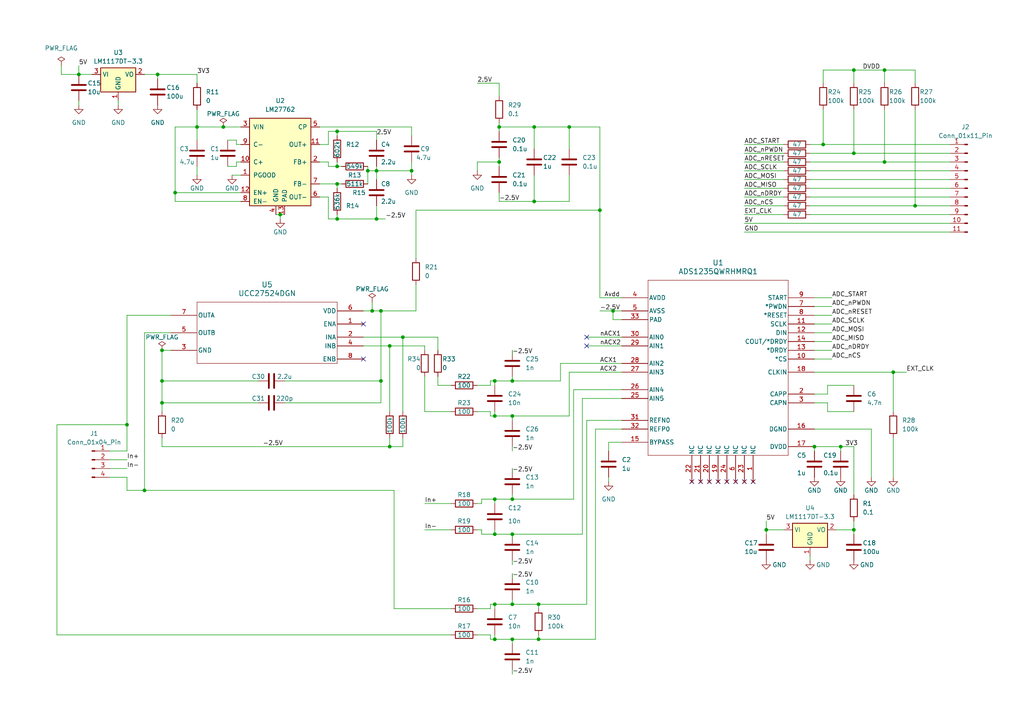
<source format=kicad_sch>
(kicad_sch (version 20230121) (generator eeschema)
  (paper "A4")
  (title_block (title "Analog conditioning and filtering measurements"))
  (lib_symbols
    (symbol "ADS1235_Q1:ADS1235QWRHMRQ1" (pin_names (offset 0.254))
      (property "Reference" "U1" (at 27.94 10.16 0))
      (property "Value" "ADS1235QWRHMRQ1" (at 27.94 7.62 0))
      (symbol "ADS1235QWRHMRQ1_0_1"
        (polyline (pts (xy 7.62 -45.72) (xy 48.26 -45.72)) (stroke (width 0.127)))
        (polyline (pts (xy 7.62 5.08) (xy 7.62 -45.72)) (stroke (width 0.127)))
        (polyline (pts (xy 48.26 -45.72) (xy 48.26 5.08)) (stroke (width 0.127)))
        (polyline (pts (xy 48.26 5.08) (xy 7.62 5.08)) (stroke (width 0.127)))
        (pin unspecified line (at 0 -41.91 0) (length 7.62) (name "BYPASS") (number "15"))
        (pin input line (at 55.88 -21.59 180) (length 7.62) (name "CLKIN") (number "18"))
      )
      (symbol "ADS1235QWRHMRQ1_1_1"
        (pin no_connect line (at 38.1 -53.34 90) (length 7.62) (name "NC") (number "1"))
        (pin input line (at 55.88 -17.78 180) (length 7.62) (name "*CS") (number "10"))
        (pin input line (at 55.88 -7.62 180) (length 7.62) (name "SCLK") (number "11"))
        (pin input line (at 55.88 -10.16 180) (length 7.62) (name "DIN") (number "12"))
        (pin output line (at 55.88 -15.24 180) (length 7.62) (name "*DRDY") (number "13"))
        (pin output line (at 55.88 -12.7 180) (length 7.62) (name "COUT/*DRDY") (number "14"))
        (pin power_in line (at 55.88 -38.1 180) (length 7.62) (name "DGND") (number "16"))
        (pin power_in line (at 55.88 -43.18 180) (length 7.62) (name "DVDD") (number "17"))
        (pin no_connect line (at 27.94 -53.34 90) (length 7.62) (name "NC") (number "19"))
        (pin unspecified line (at 55.88 -27.94 180) (length 7.62) (name "CAPP") (number "2"))
        (pin no_connect line (at 25.4 -53.34 90) (length 7.62) (name "NC") (number "20"))
        (pin no_connect line (at 22.86 -53.34 90) (length 7.62) (name "NC") (number "21"))
        (pin no_connect line (at 20.32 -53.34 90) (length 7.62) (name "NC") (number "22"))
        (pin no_connect line (at 35.56 -53.34 90) (length 7.62) (name "NC") (number "23"))
        (pin no_connect line (at 30.48 -53.34 90) (length 7.62) (name "NC") (number "24"))
        (pin unspecified line (at 0 -29.21 0) (length 7.62) (name "AIN5") (number "25"))
        (pin unspecified line (at 0 -26.67 0) (length 7.62) (name "AIN4") (number "26"))
        (pin unspecified line (at 0 -21.59 0) (length 7.62) (name "AIN3") (number "27"))
        (pin unspecified line (at 0 -19.05 0) (length 7.62) (name "AIN2") (number "28"))
        (pin unspecified line (at 0 -13.97 0) (length 7.62) (name "AIN1") (number "29"))
        (pin unspecified line (at 55.88 -30.48 180) (length 7.62) (name "CAPN") (number "3"))
        (pin unspecified line (at 0 -11.43 0) (length 7.62) (name "AIN0") (number "30"))
        (pin unspecified line (at 0 -35.56 0) (length 7.62) (name "REFN0") (number "31"))
        (pin unspecified line (at 0 -38.1 0) (length 7.62) (name "REFP0") (number "32"))
        (pin unspecified line (at 0 -6.35 0) (length 7.62) (name "PAD") (number "33"))
        (pin unspecified line (at 0 0 0) (length 7.62) (name "AVDD") (number "4"))
        (pin unspecified line (at 0 -3.81 0) (length 7.62) (name "AVSS") (number "5"))
        (pin no_connect line (at 33.02 -53.34 90) (length 7.62) (name "NC") (number "6"))
        (pin input line (at 55.88 -2.54 180) (length 7.62) (name "*PWDN") (number "7"))
        (pin input line (at 55.88 -5.08 180) (length 7.62) (name "*RESET") (number "8"))
        (pin input line (at 55.88 0 180) (length 7.62) (name "START") (number "9"))
      )
    )
    (symbol "Connector:Conn_01x04_Pin" (pin_names (offset 1.016) hide)
      (property "Reference" "J" (at 0 5.08 0))
      (property "Value" "Conn_01x04_Pin" (at 0 -7.62 0))
      (symbol "Conn_01x04_Pin_1_1"
        (polyline (pts (xy 1.27 -5.08) (xy 0.8636 -5.08)) (stroke (width 0.1524)))
        (polyline (pts (xy 1.27 -2.54) (xy 0.8636 -2.54)) (stroke (width 0.1524)))
        (polyline (pts (xy 1.27 0) (xy 0.8636 0)) (stroke (width 0.1524)))
        (polyline (pts (xy 1.27 2.54) (xy 0.8636 2.54)) (stroke (width 0.1524)))
        (rectangle (start 0.8636 -4.953) (end 0 -5.207) (stroke (width 0.1524)) (fill (type outline)))
        (rectangle (start 0.8636 -2.413) (end 0 -2.667) (stroke (width 0.1524)) (fill (type outline)))
        (rectangle (start 0.8636 0.127) (end 0 -0.127) (stroke (width 0.1524)) (fill (type outline)))
        (rectangle (start 0.8636 2.667) (end 0 2.413) (stroke (width 0.1524)) (fill (type outline)))
        (pin passive line (at 5.08 2.54 180) (length 3.81) (name "Pin_1") (number "1"))
        (pin passive line (at 5.08 0 180) (length 3.81) (name "Pin_2") (number "2"))
        (pin passive line (at 5.08 -2.54 180) (length 3.81) (name "Pin_3") (number "3"))
        (pin passive line (at 5.08 -5.08 180) (length 3.81) (name "Pin_4") (number "4"))
      )
    )
    (symbol "Connector:Conn_01x11_Pin" (pin_names (offset 1.016) hide)
      (property "Reference" "J" (at 0 15.24 0))
      (property "Value" "Conn_01x11_Pin" (at 0 -15.24 0))
      (symbol "Conn_01x11_Pin_1_1"
        (polyline (pts (xy 1.27 -12.7) (xy 0.8636 -12.7)) (stroke (width 0.1524)))
        (polyline (pts (xy 1.27 -10.16) (xy 0.8636 -10.16)) (stroke (width 0.1524)))
        (polyline (pts (xy 1.27 -7.62) (xy 0.8636 -7.62)) (stroke (width 0.1524)))
        (polyline (pts (xy 1.27 -5.08) (xy 0.8636 -5.08)) (stroke (width 0.1524)))
        (polyline (pts (xy 1.27 -2.54) (xy 0.8636 -2.54)) (stroke (width 0.1524)))
        (polyline (pts (xy 1.27 0) (xy 0.8636 0)) (stroke (width 0.1524)))
        (polyline (pts (xy 1.27 2.54) (xy 0.8636 2.54)) (stroke (width 0.1524)))
        (polyline (pts (xy 1.27 5.08) (xy 0.8636 5.08)) (stroke (width 0.1524)))
        (polyline (pts (xy 1.27 7.62) (xy 0.8636 7.62)) (stroke (width 0.1524)))
        (polyline (pts (xy 1.27 10.16) (xy 0.8636 10.16)) (stroke (width 0.1524)))
        (polyline (pts (xy 1.27 12.7) (xy 0.8636 12.7)) (stroke (width 0.1524)))
        (rectangle (start 0.8636 -12.573) (end 0 -12.827) (stroke (width 0.1524)) (fill (type outline)))
        (rectangle (start 0.8636 -10.033) (end 0 -10.287) (stroke (width 0.1524)) (fill (type outline)))
        (rectangle (start 0.8636 -7.493) (end 0 -7.747) (stroke (width 0.1524)) (fill (type outline)))
        (rectangle (start 0.8636 -4.953) (end 0 -5.207) (stroke (width 0.1524)) (fill (type outline)))
        (rectangle (start 0.8636 -2.413) (end 0 -2.667) (stroke (width 0.1524)) (fill (type outline)))
        (rectangle (start 0.8636 0.127) (end 0 -0.127) (stroke (width 0.1524)) (fill (type outline)))
        (rectangle (start 0.8636 2.667) (end 0 2.413) (stroke (width 0.1524)) (fill (type outline)))
        (rectangle (start 0.8636 5.207) (end 0 4.953) (stroke (width 0.1524)) (fill (type outline)))
        (rectangle (start 0.8636 7.747) (end 0 7.493) (stroke (width 0.1524)) (fill (type outline)))
        (rectangle (start 0.8636 10.287) (end 0 10.033) (stroke (width 0.1524)) (fill (type outline)))
        (rectangle (start 0.8636 12.827) (end 0 12.573) (stroke (width 0.1524)) (fill (type outline)))
        (pin passive line (at 5.08 12.7 180) (length 3.81) (name "Pin_1") (number "1"))
        (pin passive line (at 5.08 -10.16 180) (length 3.81) (name "Pin_10") (number "10"))
        (pin passive line (at 5.08 -12.7 180) (length 3.81) (name "Pin_11") (number "11"))
        (pin passive line (at 5.08 10.16 180) (length 3.81) (name "Pin_2") (number "2"))
        (pin passive line (at 5.08 7.62 180) (length 3.81) (name "Pin_3") (number "3"))
        (pin passive line (at 5.08 5.08 180) (length 3.81) (name "Pin_4") (number "4"))
        (pin passive line (at 5.08 2.54 180) (length 3.81) (name "Pin_5") (number "5"))
        (pin passive line (at 5.08 0 180) (length 3.81) (name "Pin_6") (number "6"))
        (pin passive line (at 5.08 -2.54 180) (length 3.81) (name "Pin_7") (number "7"))
        (pin passive line (at 5.08 -5.08 180) (length 3.81) (name "Pin_8") (number "8"))
        (pin passive line (at 5.08 -7.62 180) (length 3.81) (name "Pin_9") (number "9"))
      )
    )
    (symbol "Device:C" (pin_numbers hide) (pin_names (offset 0.254))
      (property "Reference" "C" (at 0.635 2.54 0))
      (property "Value" "C" (at 0.635 -2.54 0))
      (symbol "C_0_1"
        (polyline (pts (xy -2.032 -0.762) (xy 2.032 -0.762)) (stroke (width 0.508)))
        (polyline (pts (xy -2.032 0.762) (xy 2.032 0.762)) (stroke (width 0.508)))
      )
      (symbol "C_1_1"
        (pin passive line (at 0 3.81 270) (length 2.794) (name "~") (number "1"))
        (pin passive line (at 0 -3.81 90) (length 2.794) (name "~") (number "2"))
      )
    )
    (symbol "Device:R" (pin_numbers hide) (pin_names (offset 0))
      (property "Reference" "R" (at 2.032 0 90))
      (property "Value" "R" (at 0 0 90))
      (symbol "R_0_1"
        (rectangle (start -1.016 -2.54) (end 1.016 2.54) (stroke (width 0.254)))
      )
      (symbol "R_1_1"
        (pin passive line (at 0 3.81 270) (length 1.27) (name "~") (number "1"))
        (pin passive line (at 0 -3.81 90) (length 1.27) (name "~") (number "2"))
      )
    )
    (symbol "Regulator_Linear:LM1117DT-3.3"
      (property "Reference" "U" (at -3.81 3.175 0))
      (property "Value" "LM1117DT-3.3" (at 0 3.175 0))
      (symbol "LM1117DT-3.3_0_1"
        (rectangle (start -5.08 -5.08) (end 5.08 1.905) (stroke (width 0.254)) (fill (type background)))
      )
      (symbol "LM1117DT-3.3_1_1"
        (pin power_in line (at 0 -7.62 90) (length 2.54) (name "GND") (number "1"))
        (pin power_out line (at 7.62 0 180) (length 2.54) (name "VO") (number "2"))
        (pin power_in line (at -7.62 0 0) (length 2.54) (name "VI") (number "3"))
      )
    )
    (symbol "Regulator_SwitchedCapacitor:LM27762" (pin_names (offset 1.016))
      (property "Reference" "U2" (at 1.27 12.7 0))
      (property "Value" "LM27762" (at 1.27 10.16 0))
      (symbol "LM27762_0_1"
        (rectangle (start -7.62 7.62) (end 10.16 -17.78) (stroke (width 0.254)) (fill (type background)))
      )
      (symbol "LM27762_1_1"
        (pin power_out line (at -10.16 -8.89 0) (length 2.54) (name "PGOOD") (number "1"))
        (pin passive line (at -10.16 -5.08 0) (length 2.54) (name "C+") (number "10"))
        (pin power_out line (at 12.7 0 180) (length 2.54) (name "OUT+") (number "11"))
        (pin input line (at -10.16 -13.97 0) (length 2.54) (name "EN+") (number "12"))
        (pin power_in line (at 2.54 -20.32 90) (length 2.54) (name "PAD") (number "13"))
        (pin input line (at 12.7 -5.08 180) (length 2.54) (name "FB+") (number "2"))
        (pin power_in line (at -10.16 5.08 0) (length 2.54) (name "VIN") (number "3"))
        (pin power_in line (at 0 -20.32 90) (length 2.54) (name "GND") (number "4"))
        (pin passive line (at 12.7 5.08 180) (length 2.54) (name "CP") (number "5"))
        (pin power_out line (at 12.7 -15.24 180) (length 2.54) (name "OUT-") (number "6"))
        (pin input line (at 12.7 -11.43 180) (length 2.54) (name "FB-") (number "7"))
        (pin input line (at -10.16 -16.51 0) (length 2.54) (name "EN-") (number "8"))
        (pin passive line (at -10.16 0 0) (length 2.54) (name "C-") (number "9"))
      )
    )
    (symbol "UCC27524DR:UCC27524DGN" (pin_names (offset 0.254))
      (property "Reference" "U5" (at 27.94 10.16 0))
      (property "Value" "UCC27524DGN" (at 27.94 7.62 0))
      (symbol "UCC27524DGN_0_1"
        (polyline (pts (xy 7.62 -12.7) (xy 48.26 -12.7)) (stroke (width 0.127)))
        (polyline (pts (xy 7.62 5.08) (xy 7.62 -12.7)) (stroke (width 0.127)))
        (polyline (pts (xy 48.26 -12.7) (xy 48.26 5.08)) (stroke (width 0.127)))
        (polyline (pts (xy 48.26 5.08) (xy 7.62 5.08)) (stroke (width 0.127)))
        (pin power_in line (at 0 -8.89 0) (length 7.62) (name "GND") (number "3"))
        (pin power_in line (at 55.88 2.54 180) (length 7.62) (name "VDD") (number "6"))
        (pin input line (at 55.88 -11.43 180) (length 7.62) (name "ENB") (number "8"))
      )
      (symbol "UCC27524DGN_1_1"
        (pin input line (at 55.88 -1.27 180) (length 7.62) (name "ENA") (number "1"))
        (pin input line (at 55.88 -5.08 180) (length 7.62) (name "INA") (number "2"))
        (pin input line (at 55.88 -7.62 180) (length 7.62) (name "INB") (number "4"))
        (pin output line (at 0 -3.81 0) (length 7.62) (name "OUTB") (number "5"))
        (pin output line (at 0 1.27 0) (length 7.62) (name "OUTA") (number "7"))
      )
    )
    (symbol "power:GND" (power) (pin_names (offset 0))
      (property "Value" "GND" (at 0 -3.81 0))
      (symbol "GND_0_1"
        (polyline (pts (xy 0 0) (xy 0 -1.27) (xy 1.27 -1.27) (xy 0 -2.54) (xy -1.27 -1.27) (xy 0 -1.27)))
      )
      (symbol "GND_1_1"
        (pin power_in line (at 0 0 270) (length 0) hide (name "GND") (number "1"))
      )
    )
    (symbol "power:PWR_FLAG" (power) (pin_numbers hide) (pin_names (offset 0) hide)
      (property "Value" "PWR_FLAG" (at 0 3.81 0))
      (symbol "PWR_FLAG_0_0"
        (pin power_out line (at 0 0 90) (length 0) (name "pwr") (number "1"))
      )
      (symbol "PWR_FLAG_0_1"
        (polyline (pts (xy 0 0) (xy 0 1.27) (xy -1.016 1.905) (xy 0 2.54) (xy 1.016 1.905) (xy 0 1.27)))
      )
    )
  )
  (junction (at 143.51 154.94))
  (junction (at 148.59 144.78))
  (junction (at 143.51 120.65))
  (junction (at 265.43 59.69))
  (junction (at 46.99 101.6))
  (junction (at 243.84 129.54))
  (junction (at 156.21 175.26))
  (junction (at 143.51 144.78))
  (junction (at 144.78 46.99))
  (junction (at 97.79 53.34))
  (junction (at 46.99 116.84))
  (junction (at 113.03 129.54))
  (junction (at 177.8 90.17))
  (junction (at 148.59 110.49))
  (junction (at 36.83 123.19))
  (junction (at 144.78 36.83))
  (junction (at 110.49 90.17))
  (junction (at 247.65 44.45))
  (junction (at 109.22 63.5))
  (junction (at 247.65 153.67))
  (junction (at 143.51 110.49))
  (junction (at 259.08 107.95))
  (junction (at 154.94 58.42))
  (junction (at 97.79 38.1))
  (junction (at 22.86 21.59))
  (junction (at 154.94 36.83))
  (junction (at 173.99 60.96))
  (junction (at 236.22 129.54))
  (junction (at 81.28 62.23))
  (junction (at 148.59 175.26))
  (junction (at 113.03 100.33))
  (junction (at 106.68 49.53))
  (junction (at 256.54 46.99))
  (junction (at 109.22 49.53))
  (junction (at 148.59 154.94))
  (junction (at 247.65 20.32))
  (junction (at 238.76 41.91))
  (junction (at 116.84 97.79))
  (junction (at 97.79 48.26))
  (junction (at 45.72 21.59))
  (junction (at 107.95 90.17))
  (junction (at 57.15 36.83))
  (junction (at 165.1 36.83))
  (junction (at 256.54 20.32))
  (junction (at 46.99 110.49))
  (junction (at 148.59 120.65))
  (junction (at 222.25 153.67))
  (junction (at 119.38 49.53))
  (junction (at 143.51 185.42))
  (junction (at 64.77 36.83))
  (junction (at 143.51 175.26))
  (junction (at 97.79 63.5))
  (junction (at 41.91 142.24))
  (junction (at 156.21 185.42))
  (junction (at 148.59 185.42))
  (junction (at 50.8 55.88))
  (junction (at 110.49 110.49))
  (no_connect (at 218.44 139.7))
  (no_connect (at 203.2 139.7))
  (no_connect (at 200.66 139.7))
  (no_connect (at 210.82 139.7))
  (no_connect (at 170.18 100.33))
  (no_connect (at 205.74 139.7))
  (no_connect (at 213.36 139.7))
  (no_connect (at 105.41 93.98))
  (no_connect (at 215.9 139.7))
  (no_connect (at 208.28 139.7))
  (no_connect (at 105.41 104.14))
  (no_connect (at 170.18 97.79))
  (wire (pts (xy 138.43 46.99) (xy 138.43 49.53)))
  (wire (pts (xy 236.22 99.06) (xy 241.3 99.06)))
  (wire (pts (xy 67.31 50.8) (xy 69.85 50.8)))
  (wire (pts (xy 247.65 44.45) (xy 275.59 44.45)))
  (wire (pts (xy 109.22 38.1) (xy 109.22 40.64)))
  (wire (pts (xy 97.79 48.26) (xy 99.06 48.26)))
  (wire (pts (xy 46.99 127) (xy 46.99 129.54)))
  (wire (pts (xy 165.1 36.83) (xy 165.1 43.18)))
  (wire (pts (xy 138.43 24.13) (xy 144.78 24.13)))
  (wire (pts (xy 180.34 92.71) (xy 177.8 92.71)))
  (wire (pts (xy 154.94 50.8) (xy 154.94 58.42)))
  (wire (pts (xy 156.21 185.42) (xy 172.72 185.42)))
  (wire (pts (xy 234.95 54.61) (xy 275.59 54.61)))
  (wire (pts (xy 143.51 110.49) (xy 143.51 111.76)))
  (wire (pts (xy 105.41 90.17) (xy 107.95 90.17)))
  (wire (pts (xy 95.25 57.15) (xy 92.71 57.15)))
  (wire (pts (xy 95.25 48.26) (xy 97.79 48.26)))
  (wire (pts (xy 238.76 31.75) (xy 238.76 41.91)))
  (wire (pts (xy 234.95 44.45) (xy 247.65 44.45)))
  (wire (pts (xy 144.78 46.99) (xy 138.43 46.99)))
  (wire (pts (xy 172.72 124.46) (xy 180.34 124.46)))
  (wire (pts (xy 148.59 121.92) (xy 148.59 120.65)))
  (wire (pts (xy 144.78 58.42) (xy 154.94 58.42)))
  (wire (pts (xy 113.03 127) (xy 113.03 129.54)))
  (wire (pts (xy 177.8 90.17) (xy 177.8 92.71)))
  (wire (pts (xy 139.7 154.94) (xy 139.7 153.67)))
  (wire (pts (xy 265.43 59.69) (xy 275.59 59.69)))
  (wire (pts (xy 236.22 130.81) (xy 236.22 129.54)))
  (wire (pts (xy 236.22 93.98) (xy 241.3 93.98)))
  (wire (pts (xy 259.08 107.95) (xy 262.89 107.95)))
  (wire (pts (xy 148.59 144.78) (xy 166.37 144.78)))
  (wire (pts (xy 127 111.76) (xy 130.81 111.76)))
  (wire (pts (xy 148.59 143.51) (xy 148.59 144.78)))
  (wire (pts (xy 234.95 161.29) (xy 234.95 162.56)))
  (wire (pts (xy 259.08 107.95) (xy 236.22 107.95)))
  (wire (pts (xy 46.99 110.49) (xy 46.99 116.84)))
  (wire (pts (xy 173.99 36.83) (xy 173.99 60.96)))
  (wire (pts (xy 156.21 175.26) (xy 170.18 175.26)))
  (wire (pts (xy 81.28 62.23) (xy 81.28 63.5)))
  (wire (pts (xy 142.24 175.26) (xy 142.24 176.53)))
  (wire (pts (xy 16.51 184.15) (xy 16.51 123.19)))
  (wire (pts (xy 95.25 46.99) (xy 92.71 46.99)))
  (wire (pts (xy 243.84 130.81) (xy 243.84 129.54)))
  (wire (pts (xy 234.95 57.15) (xy 275.59 57.15)))
  (wire (pts (xy 240.03 111.76) (xy 247.65 111.76)))
  (wire (pts (xy 45.72 22.86) (xy 45.72 21.59)))
  (wire (pts (xy 165.1 50.8) (xy 165.1 58.42)))
  (wire (pts (xy 95.25 57.15) (xy 95.25 63.5)))
  (wire (pts (xy 215.9 67.31) (xy 275.59 67.31)))
  (wire (pts (xy 74.93 116.84) (xy 46.99 116.84)))
  (wire (pts (xy 180.34 128.27) (xy 176.53 128.27)))
  (wire (pts (xy 57.15 36.83) (xy 57.15 40.64)))
  (wire (pts (xy 180.34 115.57) (xy 168.91 115.57)))
  (wire (pts (xy 148.59 110.49) (xy 162.56 110.49)))
  (wire (pts (xy 106.68 49.53) (xy 106.68 53.34)))
  (wire (pts (xy 69.85 41.91) (xy 68.58 41.91)))
  (wire (pts (xy 148.59 195.58) (xy 148.59 194.31)))
  (wire (pts (xy 68.58 48.26) (xy 68.58 46.99)))
  (wire (pts (xy 215.9 57.15) (xy 227.33 57.15)))
  (wire (pts (xy 49.53 91.44) (xy 36.83 91.44)))
  (wire (pts (xy 144.78 55.88) (xy 144.78 58.42)))
  (wire (pts (xy 144.78 35.56) (xy 144.78 36.83)))
  (wire (pts (xy 95.25 38.1) (xy 97.79 38.1)))
  (wire (pts (xy 92.71 41.91) (xy 95.25 41.91)))
  (wire (pts (xy 180.34 121.92) (xy 170.18 121.92)))
  (wire (pts (xy 143.51 185.42) (xy 143.51 184.15)))
  (wire (pts (xy 143.51 185.42) (xy 148.59 185.42)))
  (wire (pts (xy 247.65 153.67) (xy 247.65 154.94)))
  (wire (pts (xy 142.24 119.38) (xy 138.43 119.38)))
  (wire (pts (xy 64.77 36.83) (xy 57.15 36.83)))
  (wire (pts (xy 215.9 44.45) (xy 227.33 44.45)))
  (wire (pts (xy 252.73 124.46) (xy 252.73 138.43)))
  (wire (pts (xy 120.65 74.93) (xy 120.65 60.96)))
  (wire (pts (xy 148.59 101.6) (xy 148.59 102.87)))
  (wire (pts (xy 148.59 120.65) (xy 165.1 120.65)))
  (wire (pts (xy 240.03 116.84) (xy 240.03 119.38)))
  (wire (pts (xy 95.25 63.5) (xy 97.79 63.5)))
  (wire (pts (xy 69.85 36.83) (xy 64.77 36.83)))
  (wire (pts (xy 31.75 135.89) (xy 36.83 135.89)))
  (wire (pts (xy 22.86 30.48) (xy 22.86 29.21)))
  (wire (pts (xy 154.94 36.83) (xy 165.1 36.83)))
  (wire (pts (xy 109.22 48.26) (xy 109.22 49.53)))
  (wire (pts (xy 180.34 113.03) (xy 166.37 113.03)))
  (wire (pts (xy 142.24 111.76) (xy 138.43 111.76)))
  (wire (pts (xy 92.71 36.83) (xy 119.38 36.83)))
  (wire (pts (xy 109.22 49.53) (xy 109.22 52.07)))
  (wire (pts (xy 106.68 48.26) (xy 106.68 49.53)))
  (wire (pts (xy 148.59 163.83) (xy 148.59 162.56)))
  (wire (pts (xy 247.65 20.32) (xy 238.76 20.32)))
  (wire (pts (xy 236.22 86.36) (xy 241.3 86.36)))
  (wire (pts (xy 148.59 186.69) (xy 148.59 185.42)))
  (wire (pts (xy 34.29 30.48) (xy 34.29 29.21)))
  (wire (pts (xy 139.7 144.78) (xy 143.51 144.78)))
  (wire (pts (xy 22.86 19.05) (xy 22.86 21.59)))
  (wire (pts (xy 243.84 129.54) (xy 247.65 129.54)))
  (wire (pts (xy 36.83 123.19) (xy 36.83 130.81)))
  (wire (pts (xy 26.67 21.59) (xy 22.86 21.59)))
  (wire (pts (xy 110.49 110.49) (xy 110.49 116.84)))
  (wire (pts (xy 256.54 20.32) (xy 256.54 24.13)))
  (wire (pts (xy 105.41 97.79) (xy 116.84 97.79)))
  (wire (pts (xy 177.8 90.17) (xy 180.34 90.17)))
  (wire (pts (xy 259.08 119.38) (xy 259.08 107.95)))
  (wire (pts (xy 41.91 142.24) (xy 114.3 142.24)))
  (wire (pts (xy 143.51 175.26) (xy 143.51 176.53)))
  (wire (pts (xy 234.95 52.07) (xy 275.59 52.07)))
  (wire (pts (xy 236.22 101.6) (xy 241.3 101.6)))
  (wire (pts (xy 265.43 31.75) (xy 265.43 59.69)))
  (wire (pts (xy 176.53 128.27) (xy 176.53 130.81)))
  (wire (pts (xy 22.86 21.59) (xy 17.78 21.59)))
  (wire (pts (xy 49.53 101.6) (xy 46.99 101.6)))
  (wire (pts (xy 107.95 90.17) (xy 110.49 90.17)))
  (wire (pts (xy 114.3 176.53) (xy 130.81 176.53)))
  (wire (pts (xy 110.49 116.84) (xy 82.55 116.84)))
  (wire (pts (xy 46.99 101.6) (xy 46.99 110.49)))
  (wire (pts (xy 215.9 54.61) (xy 227.33 54.61)))
  (wire (pts (xy 234.95 62.23) (xy 275.59 62.23)))
  (wire (pts (xy 173.99 60.96) (xy 173.99 86.36)))
  (wire (pts (xy 143.51 154.94) (xy 148.59 154.94)))
  (wire (pts (xy 106.68 49.53) (xy 109.22 49.53)))
  (wire (pts (xy 110.49 90.17) (xy 120.65 90.17)))
  (wire (pts (xy 142.24 120.65) (xy 142.24 119.38)))
  (wire (pts (xy 97.79 48.26) (xy 97.79 46.99)))
  (wire (pts (xy 259.08 138.43) (xy 259.08 127)))
  (wire (pts (xy 236.22 88.9) (xy 241.3 88.9)))
  (wire (pts (xy 148.59 175.26) (xy 156.21 175.26)))
  (wire (pts (xy 143.51 154.94) (xy 143.51 153.67)))
  (wire (pts (xy 50.8 55.88) (xy 50.8 58.42)))
  (wire (pts (xy 234.95 41.91) (xy 238.76 41.91)))
  (wire (pts (xy 215.9 59.69) (xy 227.33 59.69)))
  (wire (pts (xy 142.24 176.53) (xy 138.43 176.53)))
  (wire (pts (xy 16.51 184.15) (xy 130.81 184.15)))
  (wire (pts (xy 116.84 97.79) (xy 127 97.79)))
  (wire (pts (xy 143.51 175.26) (xy 148.59 175.26)))
  (wire (pts (xy 256.54 20.32) (xy 247.65 20.32)))
  (wire (pts (xy 114.3 142.24) (xy 114.3 176.53)))
  (wire (pts (xy 238.76 41.91) (xy 275.59 41.91)))
  (wire (pts (xy 127 97.79) (xy 127 101.6)))
  (wire (pts (xy 222.25 153.67) (xy 227.33 153.67)))
  (wire (pts (xy 41.91 96.52) (xy 41.91 142.24)))
  (wire (pts (xy 109.22 59.69) (xy 109.22 63.5)))
  (wire (pts (xy 105.41 100.33) (xy 113.03 100.33)))
  (wire (pts (xy 170.18 97.79) (xy 180.34 97.79)))
  (wire (pts (xy 41.91 21.59) (xy 45.72 21.59)))
  (wire (pts (xy 119.38 46.99) (xy 119.38 49.53)))
  (wire (pts (xy 57.15 31.75) (xy 57.15 36.83)))
  (wire (pts (xy 143.51 144.78) (xy 143.51 146.05)))
  (wire (pts (xy 215.9 52.07) (xy 227.33 52.07)))
  (wire (pts (xy 68.58 41.91) (xy 68.58 40.64)))
  (wire (pts (xy 109.22 63.5) (xy 111.76 63.5)))
  (wire (pts (xy 236.22 116.84) (xy 240.03 116.84)))
  (wire (pts (xy 17.78 19.05) (xy 17.78 21.59)))
  (wire (pts (xy 148.59 135.89) (xy 148.59 137.16)))
  (wire (pts (xy 173.99 90.17) (xy 177.8 90.17)))
  (wire (pts (xy 172.72 185.42) (xy 172.72 124.46)))
  (wire (pts (xy 31.75 138.43) (xy 36.83 138.43)))
  (wire (pts (xy 123.19 100.33) (xy 123.19 101.6)))
  (wire (pts (xy 236.22 124.46) (xy 252.73 124.46)))
  (wire (pts (xy 143.51 110.49) (xy 148.59 110.49)))
  (wire (pts (xy 110.49 90.17) (xy 110.49 110.49)))
  (wire (pts (xy 154.94 58.42) (xy 165.1 58.42)))
  (wire (pts (xy 162.56 105.41) (xy 162.56 110.49)))
  (wire (pts (xy 247.65 31.75) (xy 247.65 44.45)))
  (wire (pts (xy 234.95 59.69) (xy 265.43 59.69)))
  (wire (pts (xy 123.19 109.22) (xy 123.19 119.38)))
  (wire (pts (xy 97.79 54.61) (xy 97.79 53.34)))
  (wire (pts (xy 256.54 31.75) (xy 256.54 46.99)))
  (wire (pts (xy 95.25 48.26) (xy 95.25 46.99)))
  (wire (pts (xy 215.9 62.23) (xy 227.33 62.23)))
  (wire (pts (xy 156.21 184.15) (xy 156.21 185.42)))
  (wire (pts (xy 144.78 36.83) (xy 154.94 36.83)))
  (wire (pts (xy 170.18 121.92) (xy 170.18 175.26)))
  (wire (pts (xy 36.83 91.44) (xy 36.83 123.19)))
  (wire (pts (xy 166.37 144.78) (xy 166.37 113.03)))
  (wire (pts (xy 120.65 60.96) (xy 173.99 60.96)))
  (wire (pts (xy 97.79 53.34) (xy 99.06 53.34)))
  (wire (pts (xy 123.19 153.67) (xy 130.81 153.67)))
  (wire (pts (xy 109.22 49.53) (xy 119.38 49.53)))
  (wire (pts (xy 139.7 144.78) (xy 139.7 146.05)))
  (wire (pts (xy 46.99 110.49) (xy 74.93 110.49)))
  (wire (pts (xy 148.59 156.21) (xy 148.59 154.94)))
  (wire (pts (xy 222.25 151.13) (xy 222.25 153.67)))
  (wire (pts (xy 247.65 143.51) (xy 247.65 129.54)))
  (wire (pts (xy 81.28 62.23) (xy 82.55 62.23)))
  (wire (pts (xy 97.79 38.1) (xy 109.22 38.1)))
  (wire (pts (xy 69.85 58.42) (xy 50.8 58.42)))
  (wire (pts (xy 165.1 36.83) (xy 173.99 36.83)))
  (wire (pts (xy 82.55 110.49) (xy 110.49 110.49)))
  (wire (pts (xy 66.04 48.26) (xy 68.58 48.26)))
  (wire (pts (xy 236.22 114.3) (xy 240.03 114.3)))
  (wire (pts (xy 165.1 107.95) (xy 180.34 107.95)))
  (wire (pts (xy 242.57 153.67) (xy 247.65 153.67)))
  (wire (pts (xy 236.22 129.54) (xy 243.84 129.54)))
  (wire (pts (xy 247.65 20.32) (xy 247.65 24.13)))
  (wire (pts (xy 31.75 130.81) (xy 36.83 130.81)))
  (wire (pts (xy 144.78 27.94) (xy 144.78 24.13)))
  (wire (pts (xy 240.03 119.38) (xy 247.65 119.38)))
  (wire (pts (xy 236.22 104.14) (xy 241.3 104.14)))
  (wire (pts (xy 144.78 45.72) (xy 144.78 46.99)))
  (wire (pts (xy 142.24 184.15) (xy 138.43 184.15)))
  (wire (pts (xy 45.72 21.59) (xy 57.15 21.59)))
  (wire (pts (xy 142.24 120.65) (xy 143.51 120.65)))
  (wire (pts (xy 119.38 49.53) (xy 119.38 50.8)))
  (wire (pts (xy 36.83 142.24) (xy 41.91 142.24)))
  (wire (pts (xy 148.59 109.22) (xy 148.59 110.49)))
  (wire (pts (xy 142.24 185.42) (xy 143.51 185.42)))
  (wire (pts (xy 107.95 87.63) (xy 107.95 90.17)))
  (wire (pts (xy 139.7 154.94) (xy 143.51 154.94)))
  (wire (pts (xy 143.51 144.78) (xy 148.59 144.78)))
  (wire (pts (xy 119.38 36.83) (xy 119.38 39.37)))
  (wire (pts (xy 265.43 20.32) (xy 256.54 20.32)))
  (wire (pts (xy 170.18 100.33) (xy 180.34 100.33)))
  (wire (pts (xy 168.91 154.94) (xy 168.91 115.57)))
  (wire (pts (xy 176.53 138.43) (xy 176.53 139.7)))
  (wire (pts (xy 31.75 133.35) (xy 36.83 133.35)))
  (wire (pts (xy 236.22 91.44) (xy 241.3 91.44)))
  (wire (pts (xy 46.99 116.84) (xy 46.99 119.38)))
  (wire (pts (xy 234.95 46.99) (xy 256.54 46.99)))
  (wire (pts (xy 66.04 40.64) (xy 68.58 40.64)))
  (wire (pts (xy 222.25 153.67) (xy 222.25 154.94)))
  (wire (pts (xy 113.03 100.33) (xy 113.03 119.38)))
  (wire (pts (xy 162.56 105.41) (xy 180.34 105.41)))
  (wire (pts (xy 46.99 129.54) (xy 113.03 129.54)))
  (wire (pts (xy 97.79 38.1) (xy 97.79 39.37)))
  (wire (pts (xy 173.99 86.36) (xy 180.34 86.36)))
  (wire (pts (xy 142.24 185.42) (xy 142.24 184.15)))
  (wire (pts (xy 142.24 175.26) (xy 143.51 175.26)))
  (wire (pts (xy 120.65 90.17) (xy 120.65 82.55)))
  (wire (pts (xy 113.03 129.54) (xy 116.84 129.54)))
  (wire (pts (xy 215.9 46.99) (xy 227.33 46.99)))
  (wire (pts (xy 127 109.22) (xy 127 111.76)))
  (wire (pts (xy 154.94 36.83) (xy 154.94 43.18)))
  (wire (pts (xy 95.25 41.91) (xy 95.25 38.1)))
  (wire (pts (xy 144.78 36.83) (xy 144.78 38.1)))
  (wire (pts (xy 148.59 185.42) (xy 156.21 185.42)))
  (wire (pts (xy 97.79 63.5) (xy 109.22 63.5)))
  (wire (pts (xy 123.19 146.05) (xy 130.81 146.05)))
  (wire (pts (xy 139.7 146.05) (xy 138.43 146.05)))
  (wire (pts (xy 97.79 63.5) (xy 97.79 62.23)))
  (wire (pts (xy 156.21 175.26) (xy 156.21 176.53)))
  (wire (pts (xy 41.91 96.52) (xy 49.53 96.52)))
  (wire (pts (xy 57.15 48.26) (xy 57.15 50.8)))
  (wire (pts (xy 247.65 153.67) (xy 247.65 151.13)))
  (wire (pts (xy 240.03 114.3) (xy 240.03 111.76)))
  (wire (pts (xy 265.43 24.13) (xy 265.43 20.32)))
  (wire (pts (xy 236.22 96.52) (xy 241.3 96.52)))
  (wire (pts (xy 238.76 20.32) (xy 238.76 24.13)))
  (wire (pts (xy 142.24 110.49) (xy 143.51 110.49)))
  (wire (pts (xy 148.59 166.37) (xy 148.59 167.64)))
  (wire (pts (xy 165.1 107.95) (xy 165.1 120.65)))
  (wire (pts (xy 234.95 49.53) (xy 275.59 49.53)))
  (wire (pts (xy 148.59 173.99) (xy 148.59 175.26)))
  (wire (pts (xy 256.54 46.99) (xy 275.59 46.99)))
  (wire (pts (xy 69.85 55.88) (xy 50.8 55.88)))
  (wire (pts (xy 148.59 154.94) (xy 168.91 154.94)))
  (wire (pts (xy 215.9 49.53) (xy 227.33 49.53)))
  (wire (pts (xy 50.8 55.88) (xy 50.8 36.83)))
  (wire (pts (xy 148.59 130.81) (xy 148.59 129.54)))
  (wire (pts (xy 142.24 110.49) (xy 142.24 111.76)))
  (wire (pts (xy 68.58 46.99) (xy 69.85 46.99)))
  (wire (pts (xy 116.84 127) (xy 116.84 129.54)))
  (wire (pts (xy 113.03 100.33) (xy 123.19 100.33)))
  (wire (pts (xy 50.8 36.83) (xy 57.15 36.83)))
  (wire (pts (xy 215.9 64.77) (xy 275.59 64.77)))
  (wire (pts (xy 80.01 62.23) (xy 81.28 62.23)))
  (wire (pts (xy 139.7 153.67) (xy 138.43 153.67)))
  (wire (pts (xy 215.9 41.91) (xy 227.33 41.91)))
  (wire (pts (xy 57.15 21.59) (xy 57.15 24.13)))
  (wire (pts (xy 143.51 120.65) (xy 143.51 119.38)))
  (wire (pts (xy 36.83 138.43) (xy 36.83 142.24)))
  (wire (pts (xy 92.71 53.34) (xy 97.79 53.34)))
  (wire (pts (xy 123.19 119.38) (xy 130.81 119.38)))
  (wire (pts (xy 16.51 123.19) (xy 36.83 123.19)))
  (wire (pts (xy 143.51 120.65) (xy 148.59 120.65)))
  (wire (pts (xy 116.84 97.79) (xy 116.84 119.38)))
  (wire (pts (xy 144.78 46.99) (xy 144.78 48.26)))
  (label "3V3" (at 57.15 21.59 0))
  (label "3V3" (at 245.11 129.54 0))
  (label "-2.5V" (at 173.99 90.17 0))
  (label "-2.5V" (at 148.59 137.16 0))
  (label "GND" (at 215.9 67.31 0))
  (label "5V" (at 22.86 19.05 0))
  (label "ADC_SCLK" (at 241.3 93.98 0))
  (label "ADC_nDRDY" (at 241.3 101.6 0))
  (label "ACX2" (at 173.99 107.95 0))
  (label "ADC_MOSI" (at 215.9 52.07 0))
  (label "ADC_nDRDY" (at 215.9 57.15 0))
  (label "In+" (at 123.19 146.05 0))
  (label "DVDD" (at 250.19 20.32 0))
  (label "-2.5V" (at 111.76 63.5 0))
  (label "ADC_nRESET" (at 215.9 46.99 0))
  (label "nACX2" (at 173.99 100.33 0))
  (label "ADC_nPWDN" (at 215.9 44.45 0))
  (label "-2.5V" (at 148.59 130.81 0))
  (label "EXT_CLK" (at 262.89 107.95 0))
  (label "ADC_START" (at 241.3 86.36 0))
  (label "ADC_START" (at 215.9 41.91 0))
  (label "2.5V" (at 109.22 39.37 0))
  (label "EXT_CLK" (at 215.9 62.23 0))
  (label "Avdd" (at 175.26 86.36 0))
  (label "ADC_nCS" (at 215.9 59.69 0))
  (label "ADC_MOSI" (at 241.3 96.52 0))
  (label "ADC_nPWDN" (at 241.3 88.9 0))
  (label "In-" (at 123.19 153.67 0))
  (label "ADC_nCS" (at 241.3 104.14 0))
  (label "-2.5V" (at 76.2 129.54 0))
  (label "In+" (at 36.83 133.35 0))
  (label "-2.5V" (at 144.78 58.42 0))
  (label "nACX1" (at 173.99 97.79 0))
  (label "-2.5V" (at 148.59 102.87 0))
  (label "5V" (at 222.25 151.13 0))
  (label "5V" (at 215.9 64.77 0))
  (label "-2.5V" (at 148.59 195.58 0))
  (label "ADC_MISO" (at 241.3 99.06 0))
  (label "-2.5V" (at 148.59 167.64 0))
  (label "ACX1" (at 173.99 105.41 0))
  (label "In-" (at 36.83 135.89 0))
  (label "ADC_nRESET" (at 241.3 91.44 0))
  (label "ADC_SCLK" (at 215.9 49.53 0))
  (label "ADC_MISO" (at 215.9 54.61 0))
  (label "2.5V" (at 138.43 24.13 0))
  (label "-2.5V" (at 148.59 163.83 0))
  (symbol (lib_id "Device:R") (at 256.54 27.94 0) (unit 1)
    (property "Reference" "R26" (at 257.81 26.67 0) (effects (justify left)))
    (property "Value" "100k" (at 257.81 29.21 0) (effects (justify left)))
  )
  (symbol (lib_id "UCC27524DR:UCC27524DGN") (at 49.53 92.71 0) (unit 1)
    (property "Reference" "U5" (at 77.47 82.55 0) (effects (font (size 1.524 1.524))))
    (property "Value" "UCC27524DGN" (at 77.47 85.09 0) (effects (font (size 1.524 1.524))))
    (property "Footprint" "DGN8" (effects hide))
    (property "Datasheet" "UCC27524DGN" (effects hide))
  )
  (symbol (lib_id "Device:R") (at 134.62 153.67 90) (unit 1)
    (property "Reference" "R19" (at 134.62 151.13 90))
    (property "Value" "100" (at 134.62 153.67 90))
  )
  (symbol (lib_id "Regulator_SwitchedCapacitor:LM27762") (at 80.01 41.91 0) (unit 1)
    (property "Reference" "U2" (at 81.28 29.21 0))
    (property "Value" "LM27762" (at 81.28 31.75 0))
    (property "Footprint" "Package_SON:WSON-12-1EP_3x2mm_P0.5mm_EP1x2.65_ThermalVias" (effects hide))
    (property "Datasheet" "http://www.ti.com/lit/ds/symlink/lm27762.pdf" (effects hide))
  )
  (symbol (lib_id "Device:C") (at 78.74 116.84 90) (unit 1)
    (property "Reference" "C31" (at 74.93 115.57 90))
    (property "Value" "220p" (at 82.55 115.57 90))
  )
  (symbol (lib_id "Device:R") (at 265.43 27.94 0) (unit 1)
    (property "Reference" "R27" (at 266.7 26.67 0) (effects (justify left)))
    (property "Value" "100k" (at 266.7 29.21 0) (effects (justify left)))
  )
  (symbol (lib_id "Device:R") (at 231.14 57.15 90) (unit 1)
    (property "Reference" "R9" (effects hide))
    (property "Value" "47" (at 231.14 57.15 90))
  )
  (symbol (lib_id "Device:C") (at 144.78 41.91 0) (unit 1)
    (property "Reference" "C20" (at 148.59 40.64 0) (effects (justify left)))
    (property "Value" "0.1u" (at 148.59 43.18 0) (effects (justify left)))
  )
  (symbol (lib_id "Device:R") (at 231.14 54.61 90) (unit 1)
    (property "Reference" "R6" (effects hide))
    (property "Value" "47" (at 231.14 54.61 90))
  )
  (symbol (lib_id "Regulator_Linear:LM1117DT-3.3") (at 34.29 21.59 0) (unit 1)
    (property "Reference" "U3" (at 34.29 15.24 0))
    (property "Value" "LM1117DT-3.3" (at 34.29 17.78 0))
    (property "Footprint" "Package_TO_SOT_SMD:TO-252-3_TabPin2" (effects hide))
    (property "Datasheet" "http://www.ti.com/lit/ds/symlink/lm1117.pdf" (effects hide))
  )
  (symbol (lib_id "Device:R") (at 231.14 59.69 90) (unit 1)
    (property "Reference" "R8" (effects hide))
    (property "Value" "47" (at 231.14 59.69 90))
  )
  (symbol (lib_id "Device:R") (at 134.62 176.53 90) (unit 1)
    (property "Reference" "R16" (at 134.62 173.99 90))
    (property "Value" "100" (at 134.62 176.53 90))
  )
  (symbol (lib_id "Device:R") (at 231.14 49.53 90) (unit 1)
    (property "Reference" "R4" (effects hide))
    (property "Value" "47" (at 231.14 49.53 90))
  )
  (symbol (lib_id "Device:C") (at 148.59 158.75 0) (unit 1)
    (property "Reference" "C14" (at 152.4 157.48 0) (effects (justify left)))
    (property "Value" "1n" (at 152.4 160.02 0) (effects (justify left)))
  )
  (symbol (lib_id "power:GND") (at 22.86 30.48 0) (unit 1)
    (property "Reference" "#PWR012" (effects hide))
    (property "Value" "GND" (at 22.86 35.56 0))
  )
  (symbol (lib_id "Device:C") (at 236.22 134.62 0) (unit 1)
    (property "Reference" "C5" (at 231.14 132.08 0) (effects (justify left)))
    (property "Value" "1u" (at 231.14 137.16 0) (effects (justify left)))
  )
  (symbol (lib_id "power:GND") (at 234.95 162.56 0) (unit 1)
    (property "Reference" "#PWR09" (effects hide))
    (property "Value" "GND" (at 238.76 163.83 0))
  )
  (symbol (lib_id "power:GND") (at 34.29 30.48 0) (unit 1)
    (property "Reference" "#PWR03" (effects hide))
    (property "Value" "GND" (at 34.29 35.56 0))
  )
  (symbol (lib_id "power:GND") (at 222.25 162.56 0) (unit 1)
    (property "Reference" "#PWR017" (effects hide))
    (property "Value" "GND" (at 226.06 163.83 0))
  )
  (symbol (lib_id "Device:R") (at 231.14 44.45 90) (unit 1)
    (property "Reference" "R3" (effects hide))
    (property "Value" "47" (at 231.14 44.45 90))
  )
  (symbol (lib_id "Device:R") (at 113.03 123.19 180) (unit 1)
    (property "Reference" "R36" (effects hide))
    (property "Value" "100k" (at 113.03 125.73 90) (effects (justify right)))
  )
  (symbol (lib_id "Device:R") (at 134.62 119.38 90) (unit 1)
    (property "Reference" "R23" (at 134.62 116.84 90))
    (property "Value" "100" (at 134.62 119.38 90))
  )
  (symbol (lib_id "Device:C") (at 247.65 158.75 0) (unit 1)
    (property "Reference" "C18" (at 250.19 157.48 0) (effects (justify left)))
    (property "Value" "100u" (at 250.19 160.02 0) (effects (justify left)))
  )
  (symbol (lib_id "Device:C") (at 148.59 105.41 0) (unit 1)
    (property "Reference" "C25" (at 152.4 104.14 0) (effects (justify left)))
    (property "Value" "1n" (at 152.4 106.68 0) (effects (justify left)))
  )
  (symbol (lib_id "Device:R") (at 97.79 58.42 0) (unit 1)
    (property "Reference" "R14" (at 100.33 59.69 0) (effects (justify left)))
    (property "Value" "536k" (at 97.79 60.96 90) (effects (justify left)))
  )
  (symbol (lib_id "power:GND") (at 243.84 138.43 0) (unit 1)
    (property "Reference" "#PWR018" (effects hide))
    (property "Value" "GND" (at 243.84 142.24 0))
  )
  (symbol (lib_id "Device:R") (at 127 105.41 180) (unit 1)
    (property "Reference" "R33" (at 128.27 104.14 0) (effects (justify right)))
    (property "Value" "0" (at 128.27 106.68 0) (effects (justify right)))
  )
  (symbol (lib_id "Device:R") (at 46.99 123.19 0) (unit 1)
    (property "Reference" "R20" (at 49.53 121.92 0) (effects (justify left)))
    (property "Value" "0" (at 49.53 124.46 0) (effects (justify left)))
  )
  (symbol (lib_id "power:GND") (at 236.22 138.43 0) (unit 1)
    (property "Reference" "#PWR08" (effects hide))
    (property "Value" "GND" (at 236.22 142.24 0))
  )
  (symbol (lib_id "Device:R") (at 57.15 27.94 0) (unit 1)
    (property "Reference" "R11" (at 59.69 26.67 0) (effects (justify left)))
    (property "Value" "0" (at 59.69 29.21 0) (effects (justify left)))
  )
  (symbol (lib_id "power:PWR_FLAG") (at 46.99 101.6 0) (unit 1)
    (property "Reference" "#FLG03" (effects hide))
    (property "Value" "PWR_FLAG" (at 46.99 97.79 0))
  )
  (symbol (lib_id "Device:C") (at 222.25 158.75 0) (unit 1)
    (property "Reference" "C17" (at 215.9 157.48 0) (effects (justify left)))
    (property "Value" "10u" (at 215.9 160.02 0) (effects (justify left)))
  )
  (symbol (lib_id "Device:C") (at 243.84 134.62 0) (unit 1)
    (property "Reference" "C19" (at 238.76 132.08 0) (effects (justify left)))
    (property "Value" "0.1u" (at 238.76 137.16 0) (effects (justify left)))
  )
  (symbol (lib_id "Device:R") (at 231.14 62.23 90) (unit 1)
    (property "Reference" "R10" (effects hide))
    (property "Value" "47" (at 231.14 62.23 90))
  )
  (symbol (lib_id "Device:C") (at 109.22 55.88 0) (unit 1)
    (property "Reference" "C8" (at 110.49 53.34 0) (effects (justify left)))
    (property "Value" "2.2u" (at 110.49 58.42 0) (effects (justify left)))
  )
  (symbol (lib_id "Device:R") (at 238.76 27.94 0) (unit 1)
    (property "Reference" "R24" (at 240.03 26.67 0) (effects (justify left)))
    (property "Value" "100k" (at 240.03 29.21 0) (effects (justify left)))
  )
  (symbol (lib_id "Device:R") (at 134.62 146.05 90) (unit 1)
    (property "Reference" "R18" (at 134.62 143.51 90))
    (property "Value" "100" (at 134.62 146.05 90))
  )
  (symbol (lib_id "power:PWR_FLAG") (at 107.95 87.63 0) (unit 1)
    (property "Reference" "#FLG04" (effects hide))
    (property "Value" "PWR_FLAG" (at 107.95 83.82 0))
  )
  (symbol (lib_id "Device:R") (at 247.65 147.32 0) (unit 1)
    (property "Reference" "R1" (at 250.19 146.05 0) (effects (justify left)))
    (property "Value" "0.1" (at 250.19 148.59 0) (effects (justify left)))
  )
  (symbol (lib_id "power:GND") (at 259.08 138.43 0) (unit 1)
    (property "Reference" "#PWR07" (effects hide))
    (property "Value" "GND" (at 259.08 142.24 0))
  )
  (symbol (lib_id "power:PWR_FLAG") (at 64.77 36.83 0) (unit 1)
    (property "Reference" "#FLG01" (effects hide))
    (property "Value" "PWR_FLAG" (at 64.77 33.02 0))
  )
  (symbol (lib_id "Device:R") (at 134.62 111.76 90) (unit 1)
    (property "Reference" "R22" (at 134.62 109.22 90))
    (property "Value" "100" (at 134.62 111.76 90))
  )
  (symbol (lib_id "Device:C") (at 143.51 180.34 0) (unit 1)
    (property "Reference" "C7" (at 147.32 179.07 0) (effects (justify left)))
    (property "Value" "10n" (at 147.32 181.61 0) (effects (justify left)))
  )
  (symbol (lib_id "power:GND") (at 119.38 50.8 0) (unit 1)
    (property "Reference" "#PWR014" (effects hide))
    (property "Value" "GND" (at 119.38 55.88 0))
  )
  (symbol (lib_id "Device:R") (at 231.14 52.07 90) (unit 1)
    (property "Reference" "R5" (effects hide))
    (property "Value" "47" (at 231.14 52.07 90))
  )
  (symbol (lib_id "Device:R") (at 231.14 41.91 90) (unit 1)
    (property "Reference" "R7" (effects hide))
    (property "Value" "47" (at 231.14 41.91 90))
  )
  (symbol (lib_id "Device:C") (at 78.74 110.49 90) (unit 1)
    (property "Reference" "C30" (at 74.93 109.22 90))
    (property "Value" "2.2u" (at 82.55 109.22 90))
  )
  (symbol (lib_id "Device:R") (at 134.62 184.15 90) (unit 1)
    (property "Reference" "R17" (at 134.62 181.61 90))
    (property "Value" "100" (at 134.62 184.15 90))
  )
  (symbol (lib_id "Device:R") (at 102.87 48.26 90) (unit 1)
    (property "Reference" "R13" (at 102.87 50.8 90))
    (property "Value" "549k" (at 102.87 48.26 90))
  )
  (symbol (lib_id "power:GND") (at 176.53 139.7 0) (unit 1)
    (property "Reference" "#PWR05" (effects hide))
    (property "Value" "GND" (at 176.53 144.78 0))
  )
  (symbol (lib_id "Device:C") (at 109.22 44.45 0) (unit 1)
    (property "Reference" "C4" (at 110.49 41.91 0) (effects (justify left)))
    (property "Value" "2.2u" (at 110.49 46.99 0) (effects (justify left)))
  )
  (symbol (lib_id "power:PWR_FLAG") (at 17.78 19.05 0) (unit 1)
    (property "Reference" "#FLG02" (effects hide))
    (property "Value" "PWR_FLAG" (at 17.78 13.97 0))
  )
  (symbol (lib_id "Device:R") (at 247.65 27.94 0) (unit 1)
    (property "Reference" "R25" (at 248.92 26.67 0) (effects (justify left)))
    (property "Value" "100k" (at 248.92 29.21 0) (effects (justify left)))
  )
  (symbol (lib_id "Device:R") (at 97.79 43.18 0) (unit 1)
    (property "Reference" "R12" (at 100.33 41.91 0) (effects (justify left)))
    (property "Value" "602k" (at 97.79 45.72 90) (effects (justify left)))
  )
  (symbol (lib_id "Connector:Conn_01x11_Pin") (at 280.67 54.61 0) (mirror y) (unit 1)
    (property "Reference" "J2" (at 280.035 36.83 0))
    (property "Value" "Conn_01x11_Pin" (at 280.035 39.37 0))
  )
  (symbol (lib_id "power:GND") (at 45.72 30.48 0) (unit 1)
    (property "Reference" "#PWR015" (effects hide))
    (property "Value" "GND" (at 45.72 35.56 0))
  )
  (symbol (lib_id "power:GND") (at 81.28 63.5 0) (unit 1)
    (property "Reference" "#PWR013" (effects hide))
    (property "Value" "GND" (at 81.28 67.31 0))
  )
  (symbol (lib_id "Device:R") (at 102.87 53.34 90) (unit 1)
    (property "Reference" "R15" (at 104.14 55.88 90))
    (property "Value" "511k" (at 102.87 53.34 90))
  )
  (symbol (lib_id "Device:C") (at 148.59 139.7 0) (unit 1)
    (property "Reference" "C13" (at 152.4 138.43 0) (effects (justify left)))
    (property "Value" "1n" (at 152.4 140.97 0) (effects (justify left)))
  )
  (symbol (lib_id "power:GND") (at 247.65 162.56 0) (unit 1)
    (property "Reference" "#PWR016" (effects hide))
    (property "Value" "GND" (at 251.46 163.83 0))
  )
  (symbol (lib_id "power:GND") (at 67.31 50.8 0) (unit 1)
    (property "Reference" "#PWR06" (effects hide))
    (property "Value" "GND" (at 67.31 54.61 0))
  )
  (symbol (lib_id "Device:C") (at 148.59 170.18 0) (unit 1)
    (property "Reference" "C10" (at 152.4 168.91 0) (effects (justify left)))
    (property "Value" "1n" (at 152.4 171.45 0) (effects (justify left)))
  )
  (symbol (lib_id "Regulator_Linear:LM1117DT-3.3") (at 234.95 153.67 0) (unit 1)
    (property "Reference" "U4" (at 234.95 147.32 0))
    (property "Value" "LM1117DT-3.3" (at 234.95 149.86 0))
    (property "Footprint" "Package_TO_SOT_SMD:TO-252-3_TabPin2" (effects hide))
    (property "Datasheet" "http://www.ti.com/lit/ds/symlink/lm1117.pdf" (effects hide))
  )
  (symbol (lib_id "Device:R") (at 123.19 105.41 180) (unit 1)
    (property "Reference" "R34" (at 118.11 104.14 0) (effects (justify right)))
    (property "Value" "0" (at 120.65 106.68 0) (effects (justify right)))
  )
  (symbol (lib_id "Connector:Conn_01x04_Pin") (at 26.67 133.35 0) (unit 1)
    (property "Reference" "J1" (at 27.305 125.73 0))
    (property "Value" "Conn_01x04_Pin" (at 27.305 128.27 0))
  )
  (symbol (lib_id "Device:C") (at 143.51 115.57 0) (unit 1)
    (property "Reference" "C24" (at 147.32 114.3 0) (effects (justify left)))
    (property "Value" "10n" (at 147.32 116.84 0) (effects (justify left)))
  )
  (symbol (lib_id "Device:R") (at 231.14 46.99 90) (unit 1)
    (property "Reference" "R2" (effects hide))
    (property "Value" "47" (at 231.14 46.99 90))
  )
  (symbol (lib_id "Device:C") (at 57.15 44.45 0) (unit 1)
    (property "Reference" "C3" (at 52.07 43.18 0) (effects (justify left)))
    (property "Value" "4.7u" (at 52.07 46.99 0) (effects (justify left)))
  )
  (symbol (lib_id "Device:C") (at 144.78 52.07 0) (unit 1)
    (property "Reference" "C21" (at 148.59 50.8 0) (effects (justify left)))
    (property "Value" "0.1u" (at 148.59 53.34 0) (effects (justify left)))
  )
  (symbol (lib_id "Device:C") (at 143.51 149.86 0) (unit 1)
    (property "Reference" "C12" (at 147.32 147.32 0) (effects (justify left)))
    (property "Value" "10n" (at 147.32 151.13 0) (effects (justify left)))
  )
  (symbol (lib_id "Device:R") (at 259.08 123.19 0) (unit 1)
    (property "Reference" "R28" (at 261.62 121.92 0) (effects (justify left)))
    (property "Value" "100k" (at 261.62 124.46 0) (effects (justify left)))
  )
  (symbol (lib_id "power:GND") (at 57.15 50.8 0) (unit 1)
    (property "Reference" "#PWR020" (effects hide))
    (property "Value" "GND" (at 57.15 54.61 0))
  )
  (symbol (lib_id "Device:C") (at 66.04 44.45 0) (unit 1)
    (property "Reference" "C1" (at 60.96 43.18 0) (effects (justify left)))
    (property "Value" "1u" (at 60.96 45.72 0) (effects (justify left)))
  )
  (symbol (lib_id "Device:R") (at 144.78 31.75 0) (unit 1)
    (property "Reference" "R29" (at 147.32 30.48 0) (effects (justify left)))
    (property "Value" "0.1" (at 147.32 33.02 0) (effects (justify left)))
  )
  (symbol (lib_id "power:GND") (at 138.43 49.53 0) (unit 1)
    (property "Reference" "#PWR021" (effects hide))
    (property "Value" "GND" (at 138.43 54.61 0))
  )
  (symbol (lib_id "Device:C") (at 148.59 190.5 0) (unit 1)
    (property "Reference" "C11" (at 152.4 189.23 0) (effects (justify left)))
    (property "Value" "1n" (at 152.4 191.77 0) (effects (justify left)))
  )
  (symbol (lib_id "Device:C") (at 119.38 43.18 0) (unit 1)
    (property "Reference" "C9" (at 121.92 43.18 0) (effects (justify left)))
    (property "Value" "4.7u" (at 120.65 45.72 0) (effects (justify left)))
  )
  (symbol (lib_id "Device:C") (at 22.86 25.4 0) (unit 1)
    (property "Reference" "C15" (at 25.4 24.13 0) (effects (justify left)))
    (property "Value" "10u" (at 25.4 26.67 0) (effects (justify left)))
  )
  (symbol (lib_id "Device:C") (at 45.72 26.67 0) (unit 1)
    (property "Reference" "C16" (at 48.26 25.4 0) (effects (justify left)))
    (property "Value" "100u" (at 48.26 27.94 0) (effects (justify left)))
  )
  (symbol (lib_id "ADS1235_Q1:ADS1235QWRHMRQ1") (at 180.34 86.36 0) (unit 1)
    (property "Reference" "U1" (at 208.28 76.2 0) (effects (font (size 1.524 1.524))))
    (property "Value" "ADS1235QWRHMRQ1" (at 208.28 78.74 0) (effects (font (size 1.524 1.524))))
    (property "Footprint" "RHM0032A_VQFNP_TEX" (effects hide))
    (property "Datasheet" "ADS1235QWRHMRQ1" (effects hide))
  )
  (symbol (lib_id "Device:R") (at 120.65 78.74 0) (unit 1)
    (property "Reference" "R21" (at 123.19 77.47 0) (effects (justify left)))
    (property "Value" "0" (at 123.19 80.01 0) (effects (justify left)))
  )
  (symbol (lib_id "Device:C") (at 176.53 134.62 0) (unit 1)
    (property "Reference" "C2" (at 180.34 133.35 0) (effects (justify left)))
    (property "Value" "1u" (at 180.34 135.89 0) (effects (justify left)))
  )
  (symbol (lib_id "Device:C") (at 165.1 46.99 0) (unit 1)
    (property "Reference" "C23" (at 168.91 45.72 0) (effects (justify left)))
    (property "Value" "0.1u" (at 168.91 48.26 0) (effects (justify left)))
  )
  (symbol (lib_id "Device:R") (at 116.84 123.19 180) (unit 1)
    (property "Reference" "R35" (effects hide))
    (property "Value" "100k" (at 116.84 125.73 90) (effects (justify right)))
  )
  (symbol (lib_id "Device:R") (at 156.21 180.34 0) (unit 1)
    (property "Reference" "R30" (at 158.75 179.07 0) (effects (justify left)))
    (property "Value" "100k" (at 158.75 181.61 0) (effects (justify left)))
  )
  (symbol (lib_id "Device:C") (at 154.94 46.99 0) (unit 1)
    (property "Reference" "C22" (at 157.48 45.72 0) (effects (justify left)))
    (property "Value" "1u" (at 157.48 48.26 0) (effects (justify left)))
  )
  (symbol (lib_id "power:GND") (at 252.73 138.43 0) (unit 1)
    (property "Reference" "#PWR04" (effects hide))
    (property "Value" "GND" (at 252.73 142.24 0))
  )
  (symbol (lib_id "Device:C") (at 148.59 125.73 0) (unit 1)
    (property "Reference" "C26" (at 152.4 124.46 0) (effects (justify left)))
    (property "Value" "1n" (at 152.4 127 0) (effects (justify left)))
  )
  (symbol (lib_id "Device:C") (at 247.65 115.57 180) (unit 1)
    (property "Reference" "C6" (at 251.46 114.3 0) (effects (justify right)))
    (property "Value" "4.7n" (at 251.46 116.84 0) (effects (justify right)))
  )
)
</source>
